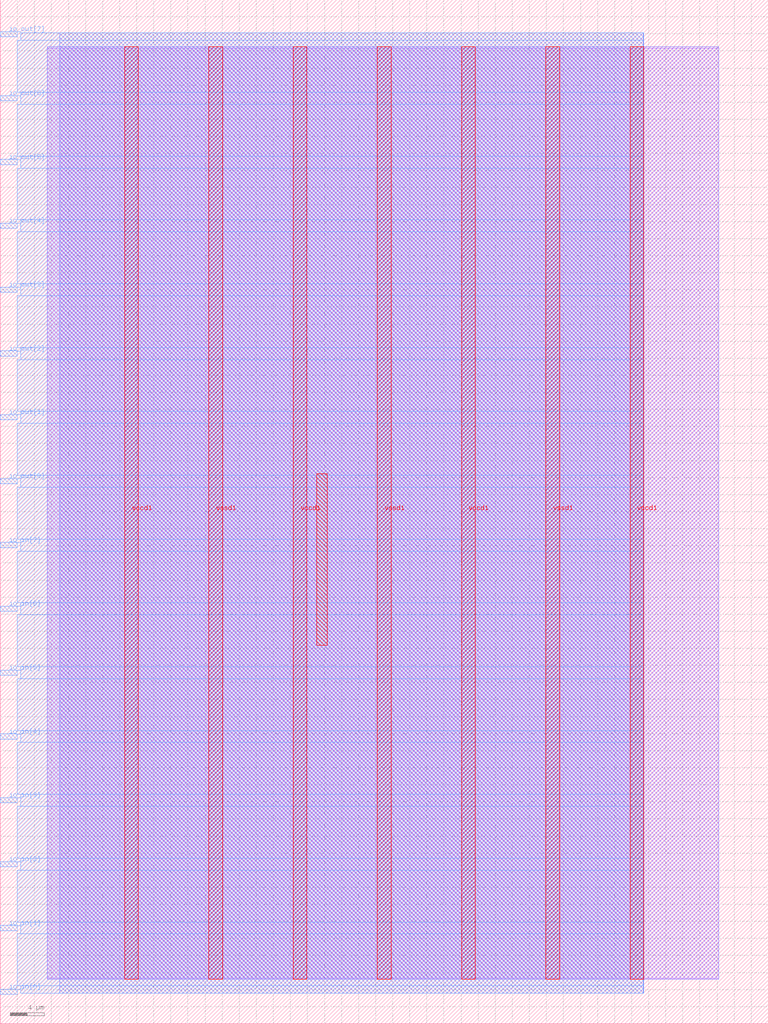
<source format=lef>
VERSION 5.7 ;
  NOWIREEXTENSIONATPIN ON ;
  DIVIDERCHAR "/" ;
  BUSBITCHARS "[]" ;
MACRO user_module_348242239268323922
  CLASS BLOCK ;
  FOREIGN user_module_348242239268323922 ;
  ORIGIN 0.000 0.000 ;
  SIZE 90.000 BY 120.000 ;
  PIN io_in[0]
    DIRECTION INPUT ;
    USE SIGNAL ;
    PORT
      LAYER met3 ;
        RECT 0.000 3.440 2.000 4.040 ;
    END
  END io_in[0]
  PIN io_in[1]
    DIRECTION INPUT ;
    USE SIGNAL ;
    PORT
      LAYER met3 ;
        RECT 0.000 10.920 2.000 11.520 ;
    END
  END io_in[1]
  PIN io_in[2]
    DIRECTION INPUT ;
    USE SIGNAL ;
    PORT
      LAYER met3 ;
        RECT 0.000 18.400 2.000 19.000 ;
    END
  END io_in[2]
  PIN io_in[3]
    DIRECTION INPUT ;
    USE SIGNAL ;
    PORT
      LAYER met3 ;
        RECT 0.000 25.880 2.000 26.480 ;
    END
  END io_in[3]
  PIN io_in[4]
    DIRECTION INPUT ;
    USE SIGNAL ;
    PORT
      LAYER met3 ;
        RECT 0.000 33.360 2.000 33.960 ;
    END
  END io_in[4]
  PIN io_in[5]
    DIRECTION INPUT ;
    USE SIGNAL ;
    PORT
      LAYER met3 ;
        RECT 0.000 40.840 2.000 41.440 ;
    END
  END io_in[5]
  PIN io_in[6]
    DIRECTION INPUT ;
    USE SIGNAL ;
    PORT
      LAYER met3 ;
        RECT 0.000 48.320 2.000 48.920 ;
    END
  END io_in[6]
  PIN io_in[7]
    DIRECTION INPUT ;
    USE SIGNAL ;
    PORT
      LAYER met3 ;
        RECT 0.000 55.800 2.000 56.400 ;
    END
  END io_in[7]
  PIN io_out[0]
    DIRECTION OUTPUT TRISTATE ;
    USE SIGNAL ;
    PORT
      LAYER met3 ;
        RECT 0.000 63.280 2.000 63.880 ;
    END
  END io_out[0]
  PIN io_out[1]
    DIRECTION OUTPUT TRISTATE ;
    USE SIGNAL ;
    PORT
      LAYER met3 ;
        RECT 0.000 70.760 2.000 71.360 ;
    END
  END io_out[1]
  PIN io_out[2]
    DIRECTION OUTPUT TRISTATE ;
    USE SIGNAL ;
    PORT
      LAYER met3 ;
        RECT 0.000 78.240 2.000 78.840 ;
    END
  END io_out[2]
  PIN io_out[3]
    DIRECTION OUTPUT TRISTATE ;
    USE SIGNAL ;
    PORT
      LAYER met3 ;
        RECT 0.000 85.720 2.000 86.320 ;
    END
  END io_out[3]
  PIN io_out[4]
    DIRECTION OUTPUT TRISTATE ;
    USE SIGNAL ;
    PORT
      LAYER met3 ;
        RECT 0.000 93.200 2.000 93.800 ;
    END
  END io_out[4]
  PIN io_out[5]
    DIRECTION OUTPUT TRISTATE ;
    USE SIGNAL ;
    PORT
      LAYER met3 ;
        RECT 0.000 100.680 2.000 101.280 ;
    END
  END io_out[5]
  PIN io_out[6]
    DIRECTION OUTPUT TRISTATE ;
    USE SIGNAL ;
    PORT
      LAYER met3 ;
        RECT 0.000 108.160 2.000 108.760 ;
    END
  END io_out[6]
  PIN io_out[7]
    DIRECTION OUTPUT TRISTATE ;
    USE SIGNAL ;
    PORT
      LAYER met3 ;
        RECT 0.000 115.640 2.000 116.240 ;
    END
  END io_out[7]
  PIN vccd1
    DIRECTION INOUT ;
    USE POWER ;
    PORT
      LAYER met4 ;
        RECT 14.590 5.200 16.190 114.480 ;
    END
    PORT
      LAYER met4 ;
        RECT 34.330 5.200 35.930 114.480 ;
    END
    PORT
      LAYER met4 ;
        RECT 54.070 5.200 55.670 114.480 ;
    END
    PORT
      LAYER met4 ;
        RECT 73.810 5.200 75.410 114.480 ;
    END
  END vccd1
  PIN vssd1
    DIRECTION INOUT ;
    USE GROUND ;
    PORT
      LAYER met4 ;
        RECT 24.460 5.200 26.060 114.480 ;
    END
    PORT
      LAYER met4 ;
        RECT 44.200 5.200 45.800 114.480 ;
    END
    PORT
      LAYER met4 ;
        RECT 63.940 5.200 65.540 114.480 ;
    END
  END vssd1
  OBS
      LAYER li1 ;
        RECT 5.520 5.355 84.180 114.325 ;
      LAYER met1 ;
        RECT 5.520 5.200 84.180 114.480 ;
      LAYER met2 ;
        RECT 6.990 3.555 75.380 116.125 ;
      LAYER met3 ;
        RECT 2.400 115.240 75.400 116.105 ;
        RECT 2.000 109.160 75.400 115.240 ;
        RECT 2.400 107.760 75.400 109.160 ;
        RECT 2.000 101.680 75.400 107.760 ;
        RECT 2.400 100.280 75.400 101.680 ;
        RECT 2.000 94.200 75.400 100.280 ;
        RECT 2.400 92.800 75.400 94.200 ;
        RECT 2.000 86.720 75.400 92.800 ;
        RECT 2.400 85.320 75.400 86.720 ;
        RECT 2.000 79.240 75.400 85.320 ;
        RECT 2.400 77.840 75.400 79.240 ;
        RECT 2.000 71.760 75.400 77.840 ;
        RECT 2.400 70.360 75.400 71.760 ;
        RECT 2.000 64.280 75.400 70.360 ;
        RECT 2.400 62.880 75.400 64.280 ;
        RECT 2.000 56.800 75.400 62.880 ;
        RECT 2.400 55.400 75.400 56.800 ;
        RECT 2.000 49.320 75.400 55.400 ;
        RECT 2.400 47.920 75.400 49.320 ;
        RECT 2.000 41.840 75.400 47.920 ;
        RECT 2.400 40.440 75.400 41.840 ;
        RECT 2.000 34.360 75.400 40.440 ;
        RECT 2.400 32.960 75.400 34.360 ;
        RECT 2.000 26.880 75.400 32.960 ;
        RECT 2.400 25.480 75.400 26.880 ;
        RECT 2.000 19.400 75.400 25.480 ;
        RECT 2.400 18.000 75.400 19.400 ;
        RECT 2.000 11.920 75.400 18.000 ;
        RECT 2.400 10.520 75.400 11.920 ;
        RECT 2.000 4.440 75.400 10.520 ;
        RECT 2.400 3.575 75.400 4.440 ;
      LAYER met4 ;
        RECT 37.095 44.375 38.345 64.425 ;
  END
END user_module_348242239268323922
END LIBRARY


</source>
